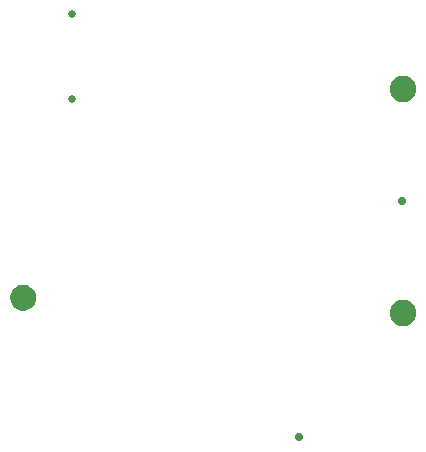
<source format=gbr>
%TF.GenerationSoftware,Altium Limited,Altium Designer,21.4.1 (30)*%
G04 Layer_Color=0*
%FSLAX45Y45*%
%MOMM*%
%TF.SameCoordinates,F4A6E2B2-E63A-418B-8CEE-B9A354165880*%
%TF.FilePolarity,Positive*%
%TF.FileFunction,NonPlated,1,4,NPTH,Drill*%
%TF.Part,Single*%
G01*
G75*
%TA.AperFunction,ComponentDrill*%
%ADD140C,0.63000*%
%ADD141C,0.70000*%
%ADD142C,0.70000*%
%TA.AperFunction,OtherDrill,Pad Free-h1 (32.512mm,30.928mm)*%
%ADD143C,2.25000*%
%TA.AperFunction,OtherDrill,Pad Free-h2 (32.512mm,12mm)*%
%ADD144C,2.25000*%
G36*
X-71462Y1328887D02*
Y1318053D01*
X-67235Y1296801D01*
X-58942Y1276783D01*
X-46904Y1258766D01*
X-31583Y1243445D01*
X-13566Y1231406D01*
X6452Y1223114D01*
X27704Y1218887D01*
X38538D01*
X49372D01*
X70624Y1223114D01*
X90643Y1231406D01*
X108659Y1243445D01*
X123981Y1258766D01*
X136019Y1276783D01*
X144311Y1296801D01*
X148538Y1318053D01*
Y1328887D01*
Y1339721D01*
X144311Y1360973D01*
X136019Y1380992D01*
X123981Y1399008D01*
X108659Y1414330D01*
X90643Y1426368D01*
X70624Y1434660D01*
X49372Y1438887D01*
X38538D01*
X27704D01*
X6452Y1434660D01*
X-13566Y1426368D01*
X-31583Y1414330D01*
X-46904Y1399008D01*
X-58942Y1380992D01*
X-67235Y1360973D01*
X-71462Y1339721D01*
Y1328887D01*
D01*
D02*
G37*
D140*
X450000Y3009000D02*
D03*
Y3729000D02*
D03*
D141*
X2370080Y148399D02*
D03*
D142*
X3250000Y2145960D02*
D03*
D143*
X3251200Y3092800D02*
D03*
D144*
Y1200000D02*
D03*
%TF.MD5,29a4f9e42ff6312ee4be207f8b876688*%
M02*

</source>
